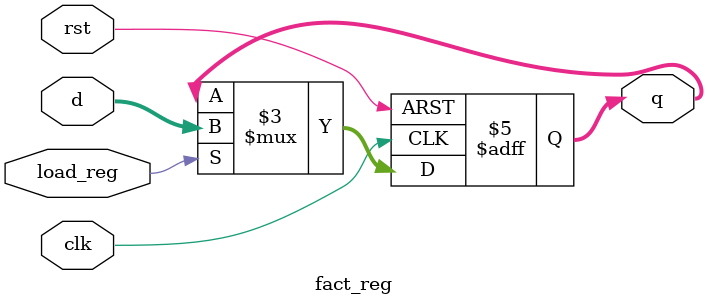
<source format=v>
`timescale 1ns / 1ps


module fact_reg #(parameter w = 32) (
        input wire clk, rst, load_reg,
        input wire [w-1:0] d,
        output reg [w-1:0] q
    );
    
    always @ (posedge clk, posedge rst)
        if (rst) q <= 0;
        else if (load_reg) q <= d;
        else q <= q;
        
endmodule

</source>
